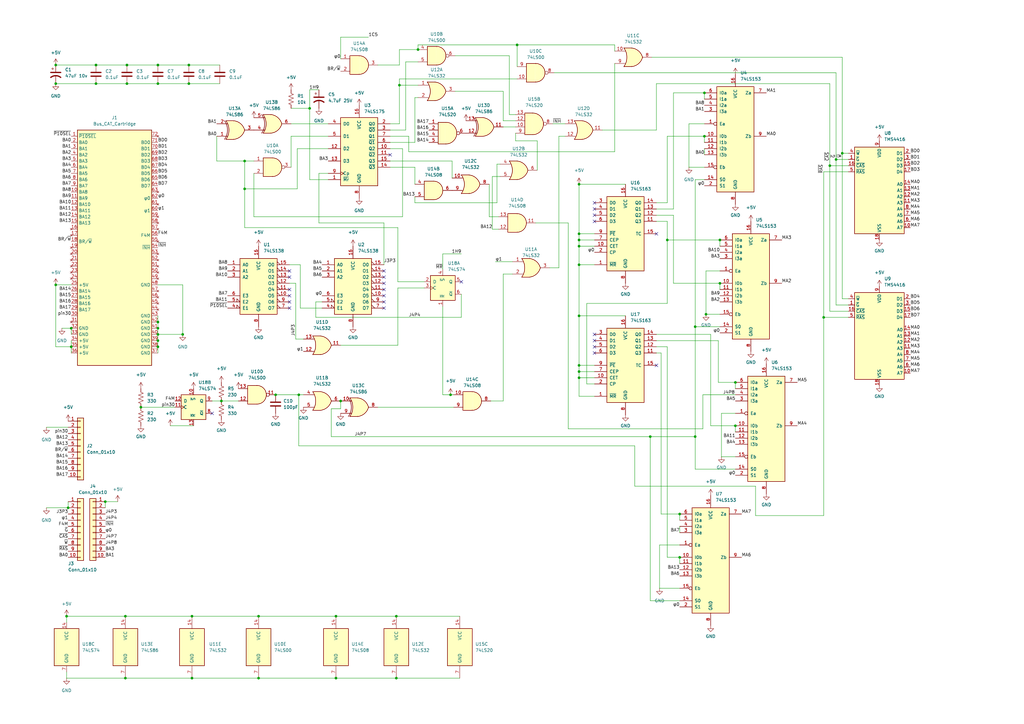
<source format=kicad_sch>
(kicad_sch (version 20211123) (generator eeschema)
  (paper "A3")
  (title_block (title "Dick Smith CAT Emulator Cartridge"))
  (junction (at 285.115 133.985))
  (junction (at 51.435 252.73))
  (junction (at 74.93 137.16))
  (junction (at 64.77 34.29))
  (junction (at 78.74 252.73))
  (junction (at 29.21 142.24))
  (junction (at 289.56 128.905))
  (junction (at 77.47 34.29))
  (junction (at 137.795 252.73))
  (junction (at 237.49 100.965))
  (junction (at 295.275 116.205))
  (junction (at 64.77 26.67))
  (junction (at 139.7 164.465))
  (junction (at 29.21 134.62))
  (junction (at 184.785 161.925))
  (junction (at 237.49 98.425))
  (junction (at 212.09 18.415))
  (junction (at 278.765 228.6))
  (junction (at 27.94 208.28))
  (junction (at 301.625 156.845))
  (junction (at 237.49 152.4))
  (junction (at 345.44 62.865))
  (junction (at 273.685 98.425))
  (junction (at 137.795 278.13))
  (junction (at 162.56 278.13))
  (junction (at 163.83 34.925))
  (junction (at 77.47 26.67))
  (junction (at 51.435 278.13))
  (junction (at 100.33 66.04))
  (junction (at 57.785 167.005))
  (junction (at 340.36 67.945))
  (junction (at 237.49 154.94))
  (junction (at 237.49 108.585))
  (junction (at 171.45 20.32))
  (junction (at 106.045 278.13))
  (junction (at 64.77 134.62))
  (junction (at 64.77 139.7))
  (junction (at 127 44.45))
  (junction (at 106.045 252.73))
  (junction (at 266.7 179.07))
  (junction (at 301.625 174.625))
  (junction (at 39.37 26.67))
  (junction (at 342.9 65.405))
  (junction (at 237.49 95.885))
  (junction (at 237.49 129.54))
  (junction (at 122.555 161.925))
  (junction (at 288.925 38.1))
  (junction (at 52.07 34.29))
  (junction (at 288.925 55.88))
  (junction (at 278.765 210.82))
  (junction (at 64.77 142.24))
  (junction (at 52.07 26.67))
  (junction (at 237.49 75.565))
  (junction (at 39.37 34.29))
  (junction (at 22.86 34.29))
  (junction (at 78.74 278.13))
  (junction (at 100.33 77.47))
  (junction (at 237.49 149.86))
  (junction (at 64.77 132.08))
  (junction (at 22.86 116.84))
  (junction (at 43.18 205.74))
  (junction (at 285.115 179.07))
  (junction (at 22.86 26.67))
  (junction (at 113.03 161.925))
  (junction (at 295.275 98.425))
  (junction (at 337.82 130.175))
  (junction (at 27.305 252.73))
  (junction (at 64.77 137.16))
  (junction (at 162.56 252.73))
  (junction (at 90.805 164.465))
  (no_connect (at 157.48 121.285))
  (no_connect (at 157.48 123.825))
  (no_connect (at 157.48 126.365))
  (no_connect (at 157.48 111.125))
  (no_connect (at 157.48 113.665))
  (no_connect (at 157.48 116.205))
  (no_connect (at 157.48 118.745))
  (no_connect (at 269.24 95.885))
  (no_connect (at 243.84 90.805))
  (no_connect (at 243.84 88.265))
  (no_connect (at 243.84 85.725))
  (no_connect (at 243.84 83.185))
  (no_connect (at 243.84 144.78))
  (no_connect (at 243.84 137.16))
  (no_connect (at 243.84 139.7))
  (no_connect (at 243.84 142.24))
  (no_connect (at 269.24 149.86))
  (no_connect (at 189.23 115.57))
  (no_connect (at 86.995 169.545))
  (no_connect (at 160.02 63.5))
  (no_connect (at 118.745 111.125))
  (no_connect (at 118.745 113.665))
  (no_connect (at 118.745 118.745))
  (no_connect (at 118.745 121.285))
  (no_connect (at 118.745 123.825))
  (no_connect (at 118.745 126.365))
  (wire (pts (xy 171.45 40.005) (xy 170.18 40.005)))
  (wire (pts (xy 165.1 88.9) (xy 104.14 88.9)))
  (wire (pts (xy 229.235 55.88) (xy 229.235 109.855)))
  (wire (pts (xy 171.45 25.4) (xy 166.37 25.4)))
  (wire (pts (xy 64.77 139.7) (xy 64.77 142.24)))
  (wire (pts (xy 139.7 15.24) (xy 151.13 15.24)))
  (wire (pts (xy 233.045 175.895) (xy 288.29 175.895)))
  (wire (pts (xy 278.765 228.6) (xy 278.765 231.14)))
  (wire (pts (xy 64.77 116.84) (xy 74.93 116.84)))
  (wire (pts (xy 22.86 26.67) (xy 39.37 26.67)))
  (wire (pts (xy 130.81 71.12) (xy 130.81 91.44)))
  (wire (pts (xy 273.685 90.805) (xy 273.685 98.425)))
  (wire (pts (xy 29.21 134.62) (xy 29.21 137.16)))
  (wire (pts (xy 227.33 29.845) (xy 342.9 29.845)))
  (wire (pts (xy 282.575 68.58) (xy 288.925 68.58)))
  (wire (pts (xy 273.685 83.185) (xy 269.24 83.185)))
  (wire (pts (xy 100.33 77.47) (xy 100.33 66.04)))
  (wire (pts (xy 22.86 142.24) (xy 22.86 116.84)))
  (wire (pts (xy 171.45 34.925) (xy 163.83 34.925)))
  (wire (pts (xy 163.195 118.11) (xy 163.195 141.605)))
  (wire (pts (xy 121.92 60.96) (xy 121.92 77.47)))
  (wire (pts (xy 288.925 55.88) (xy 288.925 58.42)))
  (wire (pts (xy 173.99 118.11) (xy 163.195 118.11)))
  (wire (pts (xy 106.045 278.13) (xy 137.795 278.13)))
  (wire (pts (xy 106.045 252.73) (xy 78.74 252.73)))
  (wire (pts (xy 57.785 167.005) (xy 71.755 167.005)))
  (wire (pts (xy 27.305 275.59) (xy 27.305 278.13)))
  (wire (pts (xy 220.345 57.785) (xy 220.345 69.85)))
  (wire (pts (xy 173.99 115.57) (xy 163.195 115.57)))
  (wire (pts (xy 301.625 156.845) (xy 301.625 159.385)))
  (wire (pts (xy 130.81 91.44) (xy 157.48 91.44)))
  (wire (pts (xy 22.86 34.29) (xy 39.37 34.29)))
  (wire (pts (xy 100.33 93.345) (xy 100.33 77.47)))
  (wire (pts (xy 160.02 68.58) (xy 170.18 68.58)))
  (wire (pts (xy 226.695 50.8) (xy 231.775 50.8)))
  (wire (pts (xy 29.21 139.7) (xy 29.21 142.24)))
  (wire (pts (xy 77.47 34.29) (xy 90.17 34.29)))
  (wire (pts (xy 206.375 164.465) (xy 201.295 164.465)))
  (wire (pts (xy 122.555 182.88) (xy 260.35 182.88)))
  (wire (pts (xy 237.49 152.4) (xy 243.84 152.4)))
  (wire (pts (xy 157.48 91.44) (xy 157.48 108.585)))
  (wire (pts (xy 27.305 252.73) (xy 27.305 255.27)))
  (wire (pts (xy 276.225 85.725) (xy 269.24 85.725)))
  (wire (pts (xy 52.07 26.67) (xy 64.77 26.67)))
  (wire (pts (xy 260.35 182.88) (xy 260.35 199.39)))
  (wire (pts (xy 342.9 125.095) (xy 342.9 65.405)))
  (wire (pts (xy 237.49 154.94) (xy 237.49 152.4)))
  (wire (pts (xy 237.49 129.54) (xy 237.49 149.86)))
  (wire (pts (xy 266.7 179.07) (xy 266.7 246.38)))
  (wire (pts (xy 285.115 133.985) (xy 295.275 133.985)))
  (wire (pts (xy 269.24 142.24) (xy 273.685 142.24)))
  (wire (pts (xy 43.18 205.74) (xy 48.26 205.74)))
  (wire (pts (xy 188.595 252.73) (xy 162.56 252.73)))
  (wire (pts (xy 160.02 60.96) (xy 165.1 60.96)))
  (wire (pts (xy 278.765 215.9) (xy 278.765 218.44)))
  (wire (pts (xy 170.18 68.58) (xy 170.18 75.565)))
  (wire (pts (xy 252.095 20.955) (xy 252.095 18.415)))
  (wire (pts (xy 285.115 73.66) (xy 285.115 133.985)))
  (wire (pts (xy 189.23 130.175) (xy 129.54 130.175)))
  (wire (pts (xy 288.29 175.895) (xy 288.29 161.925)))
  (wire (pts (xy 252.095 26.035) (xy 252.095 62.23)))
  (wire (pts (xy 74.93 116.84) (xy 74.93 137.16)))
  (wire (pts (xy 78.74 278.13) (xy 106.045 278.13)))
  (wire (pts (xy 266.7 179.07) (xy 285.115 179.07)))
  (wire (pts (xy 237.49 129.54) (xy 256.54 129.54)))
  (wire (pts (xy 163.195 141.605) (xy 139.7 141.605)))
  (wire (pts (xy 294.64 156.845) (xy 301.625 156.845)))
  (wire (pts (xy 276.225 38.1) (xy 276.225 85.725)))
  (wire (pts (xy 270.51 241.3) (xy 278.765 241.3)))
  (wire (pts (xy 64.77 142.24) (xy 64.77 144.78)))
  (wire (pts (xy 185.42 66.04) (xy 160.02 66.04)))
  (wire (pts (xy 135.89 179.07) (xy 266.7 179.07)))
  (wire (pts (xy 269.24 90.805) (xy 273.685 90.805)))
  (wire (pts (xy 39.37 34.29) (xy 52.07 34.29)))
  (wire (pts (xy 256.54 75.565) (xy 237.49 75.565)))
  (wire (pts (xy 113.03 161.925) (xy 122.555 161.925)))
  (wire (pts (xy 206.375 112.395) (xy 206.375 164.465)))
  (wire (pts (xy 205.105 67.31) (xy 203.835 67.31)))
  (wire (pts (xy 184.785 161.925) (xy 186.055 161.925)))
  (wire (pts (xy 273.685 98.425) (xy 295.275 98.425)))
  (wire (pts (xy 77.47 26.67) (xy 90.17 26.67)))
  (wire (pts (xy 181.61 110.49) (xy 181.61 104.14)))
  (wire (pts (xy 201.93 72.39) (xy 201.93 93.98)))
  (wire (pts (xy 273.685 142.24) (xy 273.685 228.6)))
  (wire (pts (xy 301.625 169.545) (xy 295.91 169.545)))
  (wire (pts (xy 243.84 162.56) (xy 237.49 162.56)))
  (wire (pts (xy 237.49 154.94) (xy 243.84 154.94)))
  (wire (pts (xy 185.42 73.025) (xy 185.42 66.04)))
  (wire (pts (xy 211.455 54.61) (xy 211.455 57.785)))
  (wire (pts (xy 200.66 75.565) (xy 200.66 88.9)))
  (wire (pts (xy 288.29 161.925) (xy 301.625 161.925)))
  (wire (pts (xy 309.88 199.39) (xy 309.88 211.455)))
  (wire (pts (xy 137.795 278.13) (xy 162.56 278.13)))
  (wire (pts (xy 163.83 32.385) (xy 163.83 34.925)))
  (wire (pts (xy 167.64 62.23) (xy 252.095 62.23)))
  (wire (pts (xy 19.05 175.26) (xy 27.94 175.26)))
  (wire (pts (xy 39.37 26.67) (xy 52.07 26.67)))
  (wire (pts (xy 271.145 144.78) (xy 271.145 210.82)))
  (wire (pts (xy 121.285 116.205) (xy 121.285 139.065)))
  (wire (pts (xy 51.435 252.73) (xy 27.305 252.73)))
  (wire (pts (xy 291.465 174.625) (xy 301.625 174.625)))
  (wire (pts (xy 122.555 161.925) (xy 124.46 161.925)))
  (wire (pts (xy 170.18 58.42) (xy 160.02 58.42)))
  (wire (pts (xy 64.77 132.08) (xy 64.77 134.62)))
  (wire (pts (xy 206.375 52.07) (xy 211.455 52.07)))
  (wire (pts (xy 86.995 164.465) (xy 90.805 164.465)))
  (wire (pts (xy 203.835 83.185) (xy 170.18 83.185)))
  (wire (pts (xy 25.4 134.62) (xy 29.21 134.62)))
  (wire (pts (xy 269.24 137.16) (xy 291.465 137.16)))
  (wire (pts (xy 340.36 67.945) (xy 340.36 34.29)))
  (wire (pts (xy 342.9 29.845) (xy 342.9 65.405)))
  (wire (pts (xy 29.21 142.24) (xy 29.21 144.78)))
  (wire (pts (xy 170.18 40.005) (xy 170.18 58.42)))
  (wire (pts (xy 208.915 46.99) (xy 211.455 46.99)))
  (wire (pts (xy 273.685 228.6) (xy 278.765 228.6)))
  (wire (pts (xy 201.93 93.98) (xy 204.47 93.98)))
  (wire (pts (xy 88.9 55.88) (xy 88.9 66.04)))
  (wire (pts (xy 166.37 25.4) (xy 166.37 53.34)))
  (wire (pts (xy 170.18 83.185) (xy 170.18 80.645)))
  (wire (pts (xy 100.33 66.04) (xy 104.14 66.04)))
  (wire (pts (xy 119.38 50.8) (xy 134.62 50.8)))
  (wire (pts (xy 171.45 18.415) (xy 212.09 18.415)))
  (wire (pts (xy 160.02 55.88) (xy 167.64 55.88)))
  (wire (pts (xy 189.23 120.65) (xy 189.23 130.175)))
  (wire (pts (xy 163.195 93.345) (xy 100.33 93.345)))
  (wire (pts (xy 237.49 162.56) (xy 237.49 154.94)))
  (wire (pts (xy 139.7 24.13) (xy 139.7 15.24)))
  (wire (pts (xy 294.64 139.7) (xy 294.64 156.845)))
  (wire (pts (xy 43.18 205.74) (xy 43.18 208.28)))
  (wire (pts (xy 123.19 108.585) (xy 123.19 126.365)))
  (wire (pts (xy 273.685 55.88) (xy 273.685 83.185)))
  (wire (pts (xy 121.92 77.47) (xy 100.33 77.47)))
  (wire (pts (xy 269.24 139.7) (xy 294.64 139.7)))
  (wire (pts (xy 163.83 34.925) (xy 163.83 50.8)))
  (wire (pts (xy 200.66 88.9) (xy 204.47 88.9)))
  (wire (pts (xy 163.83 20.32) (xy 163.83 26.67)))
  (wire (pts (xy 134.62 73.66) (xy 127 73.66)))
  (wire (pts (xy 240.665 124.46) (xy 240.665 157.48)))
  (wire (pts (xy 229.235 109.855) (xy 225.425 109.855)))
  (wire (pts (xy 237.49 152.4) (xy 237.49 149.86)))
  (wire (pts (xy 288.925 55.88) (xy 273.685 55.88)))
  (wire (pts (xy 295.275 111.125) (xy 289.56 111.125)))
  (wire (pts (xy 165.1 60.96) (xy 165.1 88.9)))
  (wire (pts (xy 211.455 57.785) (xy 220.345 57.785)))
  (wire (pts (xy 260.35 199.39) (xy 309.88 199.39)))
  (wire (pts (xy 186.69 22.86) (xy 208.915 22.86)))
  (wire (pts (xy 135.89 167.64) (xy 135.89 179.07)))
  (wire (pts (xy 237.49 108.585) (xy 237.49 129.54)))
  (wire (pts (xy 291.465 137.16) (xy 291.465 174.625)))
  (wire (pts (xy 269.24 53.34) (xy 269.24 34.29)))
  (wire (pts (xy 240.665 157.48) (xy 243.84 157.48)))
  (wire (pts (xy 278.765 210.82) (xy 278.765 213.36)))
  (wire (pts (xy 288.925 73.66) (xy 285.115 73.66)))
  (wire (pts (xy 276.225 116.205) (xy 295.275 116.205)))
  (wire (pts (xy 345.44 23.495) (xy 345.44 62.865)))
  (wire (pts (xy 129.54 130.175) (xy 129.54 123.825)))
  (wire (pts (xy 69.85 174.625) (xy 79.375 174.625)))
  (wire (pts (xy 162.56 252.73) (xy 137.795 252.73)))
  (wire (pts (xy 88.9 66.04) (xy 100.33 66.04)))
  (wire (pts (xy 278.765 223.52) (xy 270.51 223.52)))
  (wire (pts (xy 127 36.83) (xy 127 44.45)))
  (wire (pts (xy 181.61 125.73) (xy 181.61 161.925)))
  (wire (pts (xy 269.24 88.265) (xy 276.225 88.265)))
  (wire (pts (xy 337.82 130.175) (xy 347.98 130.175)))
  (wire (pts (xy 288.925 50.8) (xy 282.575 50.8)))
  (wire (pts (xy 64.77 129.54) (xy 64.77 132.08)))
  (wire (pts (xy 273.685 124.46) (xy 240.665 124.46)))
  (wire (pts (xy 19.05 208.28) (xy 27.94 208.28)))
  (wire (pts (xy 123.19 126.365) (xy 132.08 126.365)))
  (wire (pts (xy 162.56 278.13) (xy 188.595 278.13)))
  (wire (pts (xy 64.77 26.67) (xy 77.47 26.67)))
  (wire (pts (xy 278.765 210.82) (xy 271.145 210.82)))
  (wire (pts (xy 285.115 179.07) (xy 285.115 192.405)))
  (wire (pts (xy 212.09 32.385) (xy 163.83 32.385)))
  (wire (pts (xy 289.56 128.905) (xy 295.275 128.905)))
  (wire (pts (xy 237.49 108.585) (xy 237.49 100.965)))
  (wire (pts (xy 137.795 252.73) (xy 106.045 252.73)))
  (wire (pts (xy 181.61 161.925) (xy 184.785 161.925)))
  (wire (pts (xy 347.98 67.945) (xy 340.36 67.945)))
  (wire (pts (xy 51.435 278.13) (xy 78.74 278.13)))
  (wire (pts (xy 78.74 252.73) (xy 51.435 252.73)))
  (wire (pts (xy 171.45 20.32) (xy 163.83 20.32)))
  (wire (pts (xy 163.195 115.57) (xy 163.195 93.345)))
  (wire (pts (xy 247.015 53.34) (xy 269.24 53.34)))
  (wire (pts (xy 139.7 167.64) (xy 135.89 167.64)))
  (wire (pts (xy 205.105 72.39) (xy 201.93 72.39)))
  (wire (pts (xy 270.51 223.52) (xy 270.51 241.3)))
  (wire (pts (xy 163.83 50.8) (xy 160.02 50.8)))
  (wire (pts (xy 273.685 98.425) (xy 273.685 124.46)))
  (wire (pts (xy 64.77 137.16) (xy 74.93 137.16)))
  (wire (pts (xy 288.925 60.96) (xy 288.925 63.5)))
  (wire (pts (xy 229.235 55.88) (xy 231.775 55.88)))
  (wire (pts (xy 27.305 278.13) (xy 51.435 278.13)))
  (wire (pts (xy 282.575 50.8) (xy 282.575 68.58)))
  (wire (pts (xy 203.835 67.31) (xy 203.835 83.185)))
  (wire (pts (xy 219.71 91.44) (xy 233.045 91.44)))
  (wire (pts (xy 345.44 62.865) (xy 345.44 122.555)))
  (wire (pts (xy 342.9 65.405) (xy 347.98 65.405)))
  (wire (pts (xy 237.49 100.965) (xy 243.84 100.965)))
  (wire (pts (xy 22.86 142.24) (xy 29.21 142.24)))
  (wire (pts (xy 186.69 37.465) (xy 206.375 37.465)))
  (wire (pts (xy 337.82 70.485) (xy 337.82 130.175)))
  (wire (pts (xy 340.36 127.635) (xy 347.98 127.635)))
  (wire (pts (xy 160.02 53.34) (xy 166.37 53.34)))
  (wire (pts (xy 243.84 108.585) (xy 237.49 108.585)))
  (wire (pts (xy 64.77 137.16) (xy 64.77 139.7)))
  (wire (pts (xy 171.45 20.32) (xy 171.45 18.415)))
  (wire (pts (xy 122.555 161.925) (xy 122.555 182.88)))
  (wire (pts (xy 237.49 100.965) (xy 237.49 98.425)))
  (wire (pts (xy 134.62 71.12) (xy 130.81 71.12)))
  (wire (pts (xy 90.805 164.465) (xy 97.79 164.465)))
  (wire (pts (xy 301.625 174.625) (xy 301.625 177.165)))
  (wire (pts (xy 167.64 55.88) (xy 167.64 62.23)))
  (wire (pts (xy 285.115 192.405) (xy 301.625 192.405)))
  (wire (pts (xy 134.62 55.88) (xy 119.38 55.88)))
  (wire (pts (xy 181.61 104.14) (xy 189.23 104.14)))
  (wire (pts (xy 22.86 116.84) (xy 29.21 116.84)))
  (wire (pts (xy 347.98 62.865) (xy 345.44 62.865)))
  (wire (pts (xy 130.81 36.83) (xy 127 36.83)))
  (wire (pts (xy 127 44.45) (xy 127 73.66)))
  (wire (pts (xy 64.77 34.29) (xy 77.47 34.29)))
  (wire (pts (xy 289.56 111.125) (xy 289.56 128.905)))
  (wire (pts (xy 285.115 133.985) (xy 285.115 179.07)))
  (wire (pts (xy 121.285 139.065) (xy 124.46 139.065)))
  (wire (pts (xy 237.49 95.885) (xy 243.84 95.885)))
  (wire (pts (xy 52.07 34.29) (xy 64.77 34.29)))
  (wire (pts (xy 203.2 107.315) (xy 210.185 107.315)))
  (wire (pts (xy 347.98 70.485) (xy 337.82 70.485)))
  (wire (pts (xy 276.225 88.265) (xy 276.225 116.205)))
  (wire (pts (xy 163.83 26.67) (xy 154.94 26.67)))
  (wire (pts (xy 206.375 37.465) (xy 206.375 49.53)))
  (wire (pts (xy 337.82 130.175) (xy 337.82 211.455)))
  (wire (pts (xy 347.98 125.095) (xy 342.9 125.095)))
  (wire (pts (xy 340.36 67.945) (xy 340.36 127.635)))
  (wire (pts (xy 129.54 123.825) (xy 132.08 123.825)))
  (wire (pts (xy 119.38 55.88) (xy 119.38 68.58)))
  (wire (pts (xy 295.275 98.425) (xy 295.275 100.965)))
  (wire (pts (xy 206.375 49.53) (xy 211.455 49.53)))
  (wire (pts (xy 64.77 134.62) (xy 64.77 137.16)))
  (wire (pts (xy 295.91 187.325) (xy 301.625 187.325)))
  (wire (pts (xy 118.745 108.585) (xy 123.19 108.585)))
  (wire (pts (xy 27.94 205.74) (xy 27.94 208.28)))
  (wire (pts (xy 208.915 22.86) (xy 208.915 46.99)))
  (wire (pts (xy 309.88 211.455) (xy 337.82 211.455)))
  (wire (pts (xy 119.38 44.45) (xy 127 44.45)))
  (wire (pts (xy 295.275 116.205) (xy 295.275 118.745)))
  (wire (pts (xy 118.745 116.205) (xy 121.285 116.205)))
  (wire (pts (xy 237.49 98.425) (xy 243.84 98.425)))
  (wire (pts (xy 252.095 18.415) (xy 212.09 18.415)))
  (wire (pts (xy 237.49 75.565) (xy 237.49 95.885)))
  (wire (pts (xy 154.94 167.005) (xy 186.055 167.005)))
  (wire (pts (xy 288.925 38.1) (xy 276.225 38.1)))
  (wire (pts (xy 267.335 23.495) (xy 345.44 23.495)))
  (wire (pts (xy 269.24 34.29) (xy 340.36 34.29)))
  (wire (pts (xy 278.765 246.38) (xy 266.7 246.38)))
  (wire (pts (xy 288.925 38.1) (xy 288.925 40.64)))
  (wire (pts (xy 237.49 149.86) (xy 243.84 149.86)))
  (wire (pts (xy 237.49 98.425) (xy 237.49 95.885)))
  (wire (pts (xy 210.185 112.395) (xy 206.375 112.395)))
  (wire (pts (xy 345.44 122.555) (xy 347.98 122.555)))
  (wire (pts (xy 295.91 169.545) (xy 295.91 187.325)))
  (wire (pts (xy 139.7 164.465) (xy 139.7 167.64)))
  (wire (pts (xy 104.14 88.9) (xy 104.14 71.12)))
  (wire (pts (xy 212.09 18.415) (xy 212.09 27.305)))
  (wire (pts (xy 269.24 144.78) (xy 271.145 144.78)))
  (wire (pts (xy 134.62 60.96) (xy 121.92 60.96)))
  (wire (pts (xy 233.045 91.44) (xy 233.045 175.895)))
  (label "BA5" (at 301.625 164.465 180))
  (label "BA14" (at 29.21 119.38 180))
  (label "BA6" (at 278.765 236.22 180))
  (label "J4P3" (at 43.18 210.82 0))
  (label "BA17" (at 29.21 127 180))
  (label "J4P4" (at 43.18 213.36 0))
  (label "MA1" (at 314.325 38.1 0))
  (label "MA1" (at 373.38 137.795 0))
  (label "BD7" (at 373.38 130.175 0))
  (label "φ0" (at 301.625 194.945 180))
  (label "BA11" (at 301.625 179.705 180))
  (label "pin30" (at 27.94 177.8 180))
  (label "φ0" (at 132.08 121.285 180))
  (label "MA3" (at 320.675 98.425 0))
  (label "BA14" (at 175.895 58.42 180))
  (label "J3P3" (at 27.94 210.82 180))
  (label "MA5" (at 373.38 88.265 0))
  (label "MA0" (at 314.325 55.88 0))
  (label "BA13" (at 278.765 233.68 180))
  (label "~{INH}" (at 64.77 101.6 0))
  (label "~{P10SEL}" (at 29.21 55.88 180))
  (label "BA16" (at 175.895 53.34 180))
  (label "φ1" (at 124.46 144.145 180))
  (label "MA5" (at 373.38 147.955 0))
  (label "~{RAS}" (at 27.94 226.06 180))
  (label "BD4" (at 64.77 68.58 0))
  (label "~{G}" (at 342.9 64.77 90))
  (label "BA16" (at 29.21 124.46 180))
  (label "BD2" (at 64.77 63.5 0))
  (label "BD5" (at 64.77 71.12 0))
  (label "J4P7" (at 43.18 220.98 0))
  (label "BA8" (at 93.345 108.585 180))
  (label "BA16" (at 27.94 193.04 180))
  (label "BA3" (at 295.275 106.045 180))
  (label "pin30" (at 29.21 129.54 180))
  (label "BA3" (at 29.21 66.04 180))
  (label "J4P3" (at 121.285 137.795 90))
  (label "BA7" (at 93.345 121.285 180))
  (label "φ0" (at 243.84 103.505 180))
  (label "MA3" (at 373.38 142.875 0))
  (label "~{CAS}" (at 340.36 66.04 90))
  (label "BA0" (at 288.925 63.5 180))
  (label "BA10" (at 29.21 83.82 180))
  (label "F4M" (at 27.94 215.9 180))
  (label "BR{slash}~{W}" (at 29.21 99.06 180))
  (label "pin30" (at 71.755 167.005 180))
  (label "MA2" (at 320.675 116.205 0))
  (label "BA13" (at 170.18 80.645 180))
  (label "BR{slash}~{W}" (at 27.94 185.42 180))
  (label "~{W}" (at 345.44 64.77 90))
  (label "BD0" (at 373.38 62.865 0))
  (label "BA7" (at 278.765 218.44 180))
  (label "BA1" (at 88.9 50.8 180))
  (label "~{INH}" (at 43.18 215.9 0))
  (label "BA1" (at 29.21 60.96 180))
  (label "BD7" (at 64.77 76.2 0))
  (label "MA5" (at 327.025 156.845 0))
  (label "BA13" (at 27.94 182.88 180))
  (label "BD1" (at 373.38 65.405 0))
  (label "1H9" (at 130.81 36.83 180))
  (label "BA7" (at 29.21 76.2 180))
  (label "φ0" (at 64.77 81.28 0))
  (label "φ0" (at 288.925 76.2 180))
  (label "BA14" (at 27.94 187.96 180))
  (label "MA4" (at 327.025 174.625 0))
  (label "BA3" (at 134.62 66.04 180))
  (label "BA12" (at 27.94 180.34 180))
  (label "MA2" (at 373.38 140.335 0))
  (label "BD0" (at 64.77 58.42 0))
  (label "BA1" (at 288.925 45.72 180))
  (label "BA2" (at 295.275 123.825 180))
  (label "~{INH}" (at 226.695 50.8 0))
  (label "BA8" (at 29.21 78.74 180))
  (label "BD1" (at 64.77 60.96 0))
  (label "BA13" (at 29.21 91.44 180))
  (label "BA3" (at 43.18 226.06 0))
  (label "~{W}" (at 27.94 223.52 180))
  (label "MA7" (at 373.38 153.035 0))
  (label "BA11" (at 93.345 123.825 180))
  (label "BA17" (at 175.895 50.8 180))
  (label "F4M" (at 64.77 96.52 0))
  (label "1C5" (at 151.13 15.24 0))
  (label "BD6" (at 373.38 127.635 0))
  (label "BA9" (at 295.275 121.285 180))
  (label "MA2" (at 373.38 80.645 0))
  (label "J4P4" (at 167.64 130.175 0))
  (label "BA0" (at 27.94 228.6 180))
  (label "φ0" (at 139.7 24.13 180))
  (label "BD4" (at 373.38 122.555 0))
  (label "BA10" (at 295.275 103.505 180))
  (label "BD2" (at 373.38 67.945 0))
  (label "φ0" (at 43.18 218.44 0))
  (label "MA7" (at 373.38 93.345 0))
  (label "MA1" (at 373.38 78.105 0))
  (label "F4M" (at 71.755 164.465 180))
  (label "φ1" (at 27.94 213.36 180))
  (label "J4P7" (at 145.415 179.07 0))
  (label "BA2" (at 29.21 63.5 180))
  (label "~{P10SEL}" (at 93.345 126.365 180))
  (label "~{MR}" (at 181.61 110.49 180))
  (label "BD5" (at 373.38 125.095 0))
  (label "BA9" (at 29.21 81.28 180))
  (label "BA5" (at 132.08 111.125 180))
  (label "BA15" (at 29.21 121.92 180))
  (label "MA0" (at 373.38 135.255 0))
  (label "BA5" (at 29.21 71.12 180))
  (label "~{CAS}" (at 27.94 220.98 180))
  (label "BR{slash}~{W}" (at 139.7 29.21 180))
  (label "MA3" (at 373.38 83.185 0))
  (label "φ0" (at 295.275 136.525 180))
  (label "MA4" (at 373.38 145.415 0))
  (label "MA6" (at 373.38 90.805 0))
  (label "BA12" (at 29.21 88.9 180))
  (label "φ0" (at 278.765 248.92 180))
  (label "BA10" (at 93.345 113.665 180))
  (label "BD6" (at 64.77 73.66 0))
  (label "BA1" (at 43.18 228.6 0))
  (label "BA4" (at 29.21 68.58 180))
  (label "BA6" (at 132.08 113.665 180))
  (label "BD3" (at 373.38 70.485 0))
  (label "~{G}" (at 27.94 218.44 180))
  (label "BA8" (at 288.925 43.18 180))
  (label "BA4" (at 301.625 182.245 180))
  (label "BA17" (at 27.94 195.58 180))
  (label "BA4" (at 132.08 108.585 180))
  (label "MA4" (at 373.38 85.725 0))
  (label "φ1" (at 64.77 86.36 0))
  (label "MA0" (at 373.38 75.565 0))
  (label "BA0" (at 88.9 55.88 180))
  (label "BA15" (at 175.895 55.88 180))
  (label "BA6" (at 29.21 73.66 180))
  (label "J3P3" (at 157.48 107.95 0))
  (label "MA7" (at 304.165 210.82 0))
  (label "~{RAS}" (at 337.82 71.12 90))
  (label "BD3" (at 64.77 66.04 0))
  (label "1H9" (at 189.23 104.14 180))
  (label "J4P8" (at 43.18 223.52 0))
  (label "MA6" (at 373.38 150.495 0))
  (label "φ1" (at 203.2 107.315 0))
  (label "BA0" (at 29.21 58.42 180))
  (label "BA12" (at 201.93 93.98 180))
  (label "MA6" (at 304.165 228.6 0))
  (label "J4P8" (at 296.545 161.925 0))
  (label "BA11" (at 29.21 86.36 180))
  (label "BA9" (at 93.345 111.125 180))
  (label "BA15" (at 27.94 190.5 180))
  (symbol (lib_id "74xx:74LS08") (at 177.8 78.105 0) (unit 2)
    (property "Reference" "U14" (at 177.8 69.215 0))
    (property "Value" "74LS08" (at 177.8 71.755 0))
    (property "Footprint" "Package_DIP:DIP-14_W7.62mm_LongPads" (effects hide))
    (property "Datasheet" "http://www.ti.com/lit/gpn/sn74LS08" (effects hide))
  )
  (symbol (lib_id "74xx:74LS32") (at 239.395 53.34 0) (mirror x) (unit 4)
    (property "Reference" "U12" (at 239.395 44.45 0))
    (property "Value" "74LS32" (at 239.395 46.99 0))
    (property "Footprint" "Package_DIP:DIP-14_W7.62mm_LongPads" (effects hide))
    (property "Datasheet" "http://www.ti.com/lit/gpn/sn74LS32" (effects hide))
  )
  (symbol (lib_id "74xx:74LS32") (at 179.07 37.465 0) (unit 1)
    (property "Reference" "U12" (at 179.07 28.575 0))
    (property "Value" "74LS32" (at 179.07 31.115 0))
    (property "Footprint" "Package_DIP:DIP-14_W7.62mm_LongPads" (effects hide))
    (property "Datasheet" "http://www.ti.com/lit/gpn/sn74LS32" (effects hide))
  )
  (symbol (lib_id "Device:R_US") (at 57.785 163.195 0) (unit 1)
    (property "Reference" "R3" (at 60.325 161.9249 0) (effects (justify left)))
    (property "Value" "330" (at 60.325 164.4649 0) (effects (justify left)))
    (property "Footprint" "CAT:R_Axial_DIN0207_L6.3mm_D2.5mm_P15.24mm_Horizontal" (effects hide))
  )
  (symbol (lib_id "power:+5V") (at 90.805 156.845 0) (unit 1)
    (property "Reference" "#PWR0151" (effects hide))
    (property "Value" "+5V" (at 90.805 151.13 0))
  )
  (symbol (lib_id "power:GND") (at 27.305 278.13 0) (unit 1)
    (property "Reference" "#PWR0116" (effects hide))
    (property "Value" "GND" (at 27.305 283.21 0))
  )
  (symbol (lib_id "74xx:74LS153") (at 314.325 174.625 0) (unit 1)
    (property "Reference" "U6" (at 316.3444 148.59 0) (effects (justify left)))
    (property "Value" "74LS153" (at 316.3444 151.13 0) (effects (justify left)))
    (property "Footprint" "Package_DIP:DIP-16_W7.62mm_LongPads" (effects hide))
    (property "Datasheet" "http://www.ti.com/lit/gpn/sn74LS153" (effects hide))
  )
  (symbol (lib_id "power:GND") (at 289.56 128.905 0) (unit 1)
    (property "Reference" "#PWR0130" (effects hide))
    (property "Value" "GND" (at 289.56 133.35 0))
  )
  (symbol (lib_id "Device:C_Polarized_US") (at 130.81 40.64 0) (unit 1)
    (property "Reference" "C5" (at 134.62 38.7349 0) (effects (justify left)))
    (property "Value" "4.7uF 25V" (at 134.62 41.2749 0) (effects (justify left)))
    (property "Footprint" "Capacitor_THT:CP_Radial_D4.0mm_P1.50mm" (effects hide))
  )
  (symbol (lib_id "74xx:74LS138") (at 106.045 116.205 0) (unit 1)
    (property "Reference" "U1" (at 108.0644 100.33 0) (effects (justify left)))
    (property "Value" "74LS138" (at 108.0644 102.87 0) (effects (justify left)))
    (property "Footprint" "Package_DIP:DIP-16_W7.62mm_LongPads" (effects hide))
    (property "Datasheet" "http://www.ti.com/lit/gpn/sn74LS138" (effects hide))
  )
  (symbol (lib_id "74xx:74LS175") (at 147.32 60.96 0) (unit 1)
    (property "Reference" "U3" (at 149.3394 43.18 0) (effects (justify left)))
    (property "Value" "74LS175" (at 149.3394 45.72 0) (effects (justify left)))
    (property "Footprint" "Package_DIP:DIP-16_W7.62mm_LongPads" (effects hide))
    (property "Datasheet" "http://www.ti.com/lit/gpn/sn74LS175" (effects hide))
  )
  (symbol (lib_id "CAT symbols:Bus_CAT_Cartridge") (at 46.99 93.98 0) (unit 1)
    (property "Reference" "J1" (at 46.99 48.26 0))
    (property "Value" "Bus_CAT_Cartridge" (at 46.99 50.8 0))
    (property "Footprint" "CAT:CAT_CART" (effects hide))
  )
  (symbol (lib_id "74xx:74LS74") (at 181.61 118.11 0) (unit 1)
    (property "Reference" "U18" (at 183.6294 107.95 0) (effects (justify left)))
    (property "Value" "74LS74" (at 183.6294 110.49 0) (effects (justify left)))
    (property "Footprint" "Package_DIP:DIP-14_W7.62mm_LongPads" (effects hide))
    (property "Datasheet" "74xx/74hc_hct74.pdf" (effects hide))
  )
  (symbol (lib_id "power:+5V") (at 144.78 100.965 0) (unit 1)
    (property "Reference" "#PWR0123" (effects hide))
    (property "Value" "+5V" (at 144.78 95.25 0))
  )
  (symbol (lib_id "74xx:74LS32") (at 78.74 265.43 0) (unit 5)
    (property "Reference" "U11" (at 85.725 264.1599 0) (effects (justify left)))
    (property "Value" "74LS32" (at 85.725 266.6999 0) (effects (justify left)))
    (property "Footprint" "Package_DIP:DIP-14_W7.62mm_LongPads" (effects hide))
    (property "Datasheet" "http://www.ti.com/lit/gpn/sn74LS32" (effects hide))
  )
  (symbol (lib_id "power:GND") (at 144.78 133.985 0) (unit 1)
    (property "Reference" "#PWR0122" (effects hide))
    (property "Value" "GND" (at 144.78 138.43 0))
  )
  (symbol (lib_id "power:+5V") (at 184.785 161.925 0) (unit 1)
    (property "Reference" "#PWR0124" (effects hide))
    (property "Value" "+5V" (at 184.785 156.21 0))
  )
  (symbol (lib_id "74xx:74LS08") (at 137.795 265.43 0) (unit 5)
    (property "Reference" "U14" (at 144.145 264.1599 0) (effects (justify left)))
    (property "Value" "74LS08" (at 144.145 266.6999 0) (effects (justify left)))
    (property "Footprint" "Package_DIP:DIP-14_W7.62mm_LongPads" (effects hide))
    (property "Datasheet" "http://www.ti.com/lit/gpn/sn74LS08" (effects hide))
  )
  (symbol (lib_id "74xx:74LS20") (at 188.595 265.43 0) (unit 3)
    (property "Reference" "U15" (at 194.945 264.1599 0) (effects (justify left)))
    (property "Value" "74LS20" (at 194.945 266.6999 0) (effects (justify left)))
    (property "Footprint" "Package_DIP:DIP-14_W7.62mm_LongPads" (effects hide))
    (property "Datasheet" "http://www.ti.com/lit/gpn/sn74LS20" (effects hide))
  )
  (symbol (lib_id "Device:C") (at 39.37 30.48 0) (unit 1)
    (property "Reference" "C2" (at 43.18 29.2099 0) (effects (justify left)))
    (property "Value" "0.1uF" (at 43.18 31.7499 0) (effects (justify left)))
    (property "Footprint" "Capacitor_THT:C_Disc_D4.7mm_W2.5mm_P5.00mm" (effects hide))
  )
  (symbol (lib_id "74xx:74LS00") (at 219.71 29.845 0) (unit 3)
    (property "Reference" "U10" (at 219.71 20.955 0))
    (property "Value" "74LS00" (at 219.71 23.495 0))
    (property "Footprint" "Package_DIP:DIP-14_W7.62mm_LongPads" (effects hide))
    (property "Datasheet" "http://www.ti.com/lit/gpn/sn74ls00" (effects hide))
  )
  (symbol (lib_id "power:GND") (at 314.325 202.565 0) (unit 1)
    (property "Reference" "#PWR0134" (effects hide))
    (property "Value" "GND" (at 314.325 207.01 0))
  )
  (symbol (lib_id "power:GND") (at 147.32 81.28 0) (unit 1)
    (property "Reference" "#PWR0109" (effects hide))
    (property "Value" "GND" (at 147.32 86.36 0))
  )
  (symbol (lib_id "power:+5V") (at 291.465 203.2 0) (unit 1)
    (property "Reference" "#PWR0136" (effects hide))
    (property "Value" "+5V" (at 291.465 197.485 0))
  )
  (symbol (lib_id "74xx:74LS32") (at 212.725 69.85 0) (unit 2)
    (property "Reference" "U12" (at 212.725 60.96 0))
    (property "Value" "74LS32" (at 212.725 63.5 0))
    (property "Footprint" "Package_DIP:DIP-14_W7.62mm_LongPads" (effects hide))
    (property "Datasheet" "http://www.ti.com/lit/gpn/sn74LS32" (effects hide))
  )
  (symbol (lib_id "Device:R_US") (at 57.785 170.815 0) (unit 1)
    (property "Reference" "R2" (at 60.325 169.5449 0) (effects (justify left)))
    (property "Value" "230" (at 60.325 172.0849 0) (effects (justify left)))
    (property "Footprint" "CAT:R_Axial_DIN0207_L6.3mm_D2.5mm_P15.24mm_Horizontal" (effects hide))
  )
  (symbol (lib_id "power:+5V") (at 27.305 252.73 0) (unit 1)
    (property "Reference" "#PWR0115" (effects hide))
    (property "Value" "+5V" (at 27.305 247.65 0))
  )
  (symbol (lib_id "power:+5V") (at 301.625 30.48 0) (unit 1)
    (property "Reference" "#PWR0125" (effects hide))
    (property "Value" "+5V" (at 301.625 24.765 0))
  )
  (symbol (lib_id "power:GND") (at 270.51 241.3 0) (unit 1)
    (property "Reference" "#PWR0137" (effects hide))
    (property "Value" "GND" (at 270.51 246.38 0))
  )
  (symbol (lib_id "power:GND") (at 139.7 169.545 0) (unit 1)
    (property "Reference" "#PWR0114" (effects hide))
    (property "Value" "GND" (at 139.7 173.99 0))
  )
  (symbol (lib_id "74xx:74LS86") (at 111.76 50.8 0) (mirror x) (unit 2)
    (property "Reference" "U13" (at 111.4552 41.91 0))
    (property "Value" "74LS86" (at 111.4552 44.45 0))
    (property "Footprint" "Package_DIP:DIP-14_W7.62mm_LongPads" (effects hide))
    (property "Datasheet" "74xx/74ls86.pdf" (effects hide))
  )
  (symbol (lib_id "power:GND") (at 22.86 34.29 0) (unit 1)
    (property "Reference" "#PWR0103" (effects hide))
    (property "Value" "GND" (at 22.86 39.37 0))
  )
  (symbol (lib_id "power:GND") (at 74.93 137.16 0) (unit 1)
    (property "Reference" "#PWR0110" (effects hide))
    (property "Value" "GND" (at 74.93 142.24 0))
  )
  (symbol (lib_id "74xx:74LS08") (at 147.32 26.67 0) (unit 1)
    (property "Reference" "U14" (at 147.32 17.78 0))
    (property "Value" "74LS08" (at 147.32 20.32 0))
    (property "Footprint" "Package_DIP:DIP-14_W7.62mm_LongPads" (effects hide))
    (property "Datasheet" "http://www.ti.com/lit/gpn/sn74LS08" (effects hide))
  )
  (symbol (lib_id "power:GND") (at 57.785 174.625 0) (unit 1)
    (property "Reference" "#PWR0149" (effects hide))
    (property "Value" "GND" (at 57.785 179.07 0))
  )
  (symbol (lib_id "Connector_Generic:Conn_01x10") (at 33.02 182.88 0) (unit 1)
    (property "Reference" "J2" (at 35.56 182.8799 0) (effects (justify left)))
    (property "Value" "Conn_01x10" (at 35.56 185.4199 0) (effects (justify left)))
    (property "Footprint" "Connector_PinHeader_2.54mm:PinHeader_1x10_P2.54mm_Vertical" (effects hide))
  )
  (symbol (lib_id "Connector_Generic:Conn_01x10") (at 33.02 215.9 0) (unit 1)
    (property "Reference" "J3" (at 27.94 231.14 0) (effects (justify left)))
    (property "Value" "Conn_01x10" (at 27.94 233.68 0) (effects (justify left)))
    (property "Footprint" "Connector_PinHeader_2.54mm:PinHeader_1x10_P2.54mm_Vertical" (effects hide))
  )
  (symbol (lib_id "Device:C") (at 64.77 30.48 0) (unit 1)
    (property "Reference" "C7" (at 68.58 29.2099 0) (effects (justify left)))
    (property "Value" "0.1uF" (at 68.58 31.7499 0) (effects (justify left)))
    (property "Footprint" "Capacitor_THT:C_Disc_D4.7mm_W2.5mm_P5.00mm" (effects hide))
  )
  (symbol (lib_id "74xx:74LS153") (at 291.465 228.6 0) (unit 1)
    (property "Reference" "U7" (at 293.4844 202.565 0) (effects (justify left)))
    (property "Value" "74LS153" (at 293.4844 205.105 0) (effects (justify left)))
    (property "Footprint" "Package_DIP:DIP-16_W7.62mm_LongPads" (effects hide))
    (property "Datasheet" "http://www.ti.com/lit/gpn/sn74LS153" (effects hide))
  )
  (symbol (lib_id "power:+5V") (at 27.94 172.72 0) (unit 1)
    (property "Reference" "#PWR0143" (effects hide))
    (property "Value" "+5V" (at 27.94 167.005 0))
  )
  (symbol (lib_id "74xx:74LS86") (at 198.755 52.07 0) (mirror x) (unit 4)
    (property "Reference" "U13" (at 198.4502 43.18 0))
    (property "Value" "74LS86" (at 198.4502 45.72 0))
    (property "Footprint" "Package_DIP:DIP-14_W7.62mm_LongPads" (effects hide))
    (property "Datasheet" "74xx/74ls86.pdf" (effects hide))
  )
  (symbol (lib_id "74xx:74LS08") (at 212.09 91.44 0) (mirror x) (unit 4)
    (property "Reference" "U14" (at 212.09 81.915 0))
    (property "Value" "74LS08" (at 212.09 84.455 0))
    (property "Footprint" "Package_DIP:DIP-14_W7.62mm_LongPads" (effects hide))
    (property "Datasheet" "http://www.ti.com/lit/gpn/sn74LS08" (effects hide))
  )
  (symbol (lib_id "74xx:74LS86") (at 51.435 265.43 0) (unit 5)
    (property "Reference" "U13" (at 57.785 264.1599 0) (effects (justify left)))
    (property "Value" "74LS86" (at 57.785 266.6999 0) (effects (justify left)))
    (property "Footprint" "Package_DIP:DIP-14_W7.62mm_LongPads" (effects hide))
    (property "Datasheet" "74xx/74ls86.pdf" (effects hide))
  )
  (symbol (lib_id "power:+5V") (at 119.38 36.83 0) (unit 1)
    (property "Reference" "#PWR0117" (effects hide))
    (property "Value" "+5V" (at 119.38 31.75 0))
  )
  (symbol (lib_id "power:GND") (at 360.68 158.115 0) (unit 1)
    (property "Reference" "#PWR0140" (effects hide))
    (property "Value" "GND" (at 360.68 162.56 0))
  )
  (symbol (lib_id "power:GND") (at 256.54 116.205 0) (unit 1)
    (property "Reference" "#PWR0129" (effects hide))
    (property "Value" "GND" (at 256.54 120.65 0))
  )
  (symbol (lib_id "74xx:74LS00") (at 105.41 161.925 0) (mirror x) (unit 4)
    (property "Reference" "U10" (at 105.41 152.4 0))
    (property "Value" "74LS00" (at 105.41 154.94 0))
    (property "Footprint" "Package_DIP:DIP-14_W7.62mm_LongPads" (effects hide))
    (property "Datasheet" "http://www.ti.com/lit/gpn/sn74ls00" (effects hide))
  )
  (symbol (lib_id "power:+5V") (at 69.85 174.625 0) (unit 1)
    (property "Reference" "#PWR0148" (effects hide))
    (property "Value" "+5V" (at 69.85 169.545 0))
  )
  (symbol (lib_id "power:+5V") (at 22.86 116.84 0) (unit 1)
    (property "Reference" "#PWR0105" (effects hide))
    (property "Value" "+5V" (at 22.86 111.76 0))
  )
  (symbol (lib_id "power:+5V") (at 307.975 90.805 0) (unit 1)
    (property "Reference" "#PWR0128" (effects hide))
    (property "Value" "+5V" (at 307.975 85.09 0))
  )
  (symbol (lib_id "power:+5V") (at 79.375 159.385 0) (unit 1)
    (property "Reference" "#PWR0147" (effects hide))
    (property "Value" "+5V" (at 79.375 153.67 0))
  )
  (symbol (lib_id "power:+5V") (at 360.68 57.785 0) (unit 1)
    (property "Reference" "#PWR0142" (effects hide))
    (property "Value" "+5V" (at 360.68 52.07 0))
  )
  (symbol (lib_id "Device:R_US") (at 119.38 40.64 0) (unit 1)
    (property "Reference" "R1" (at 121.92 39.3699 0) (effects (justify left)))
    (property "Value" "10k" (at 121.92 41.9099 0) (effects (justify left)))
    (property "Footprint" "CAT:R_Axial_DIN0207_L6.3mm_D2.5mm_P15.24mm_Horizontal" (effects hide))
  )
  (symbol (lib_id "74xx:74LS00") (at 106.045 265.43 0) (unit 5)
    (property "Reference" "U10" (at 112.395 264.1599 0) (effects (justify left)))
    (property "Value" "74LS00" (at 112.395 266.6999 0) (effects (justify left)))
    (property "Footprint" "Package_DIP:DIP-14_W7.62mm_LongPads" (effects hide))
    (property "Datasheet" "http://www.ti.com/lit/gpn/sn74ls00" (effects hide))
  )
  (symbol (lib_id "power:+5V") (at 360.68 117.475 0) (unit 1)
    (property "Reference" "#PWR0141" (effects hide))
    (property "Value" "+5V" (at 360.68 111.76 0))
  )
  (symbol (lib_id "Device:R_US") (at 90.805 160.655 0) (unit 1)
    (property "Reference" "R5" (at 93.345 159.3849 0) (effects (justify left)))
    (property "Value" "230" (at 93.345 161.9249 0) (effects (justify left)))
    (property "Footprint" "CAT:R_Axial_DIN0207_L6.3mm_D2.5mm_P15.24mm_Horizontal" (effects hide))
  )
  (symbol (lib_id "power:GND") (at 360.68 98.425 0) (unit 1)
    (property "Reference" "#PWR0139" (effects hide))
    (property "Value" "GND" (at 360.68 102.87 0))
  )
  (symbol (lib_id "power:+5V") (at 48.26 205.74 0) (unit 1)
    (property "Reference" "#PWR0146" (effects hide))
    (property "Value" "+5V" (at 48.26 200.66 0))
  )
  (symbol (lib_id "74xx:74LS86") (at 147.32 167.005 0) (mirror x) (unit 3)
    (property "Reference" "U13" (at 147.0152 158.115 0))
    (property "Value" "74LS86" (at 147.0152 160.655 0))
    (property "Footprint" "Package_DIP:DIP-14_W7.62mm_LongPads" (effects hide))
    (property "Datasheet" "74xx/74ls86.pdf" (effects hide))
  )
  (symbol (lib_id "power:GND") (at 301.625 83.82 0) (unit 1)
    (property "Reference" "#PWR0127" (effects hide))
    (property "Value" "GND" (at 301.625 88.265 0))
  )
  (symbol (lib_id "74xx:74LS86") (at 96.52 53.34 0) (mirror x) (unit 1)
    (property "Reference" "U13" (at 96.2152 44.45 0))
    (property "Value" "74LS86" (at 96.2152 46.99 0))
    (property "Footprint" "Package_DIP:DIP-14_W7.62mm_LongPads" (effects hide))
    (property "Datasheet" "74xx/74ls86.pdf" (effects hide))
  )
  (symbol (lib_id "power:GND") (at 124.46 167.005 0) (unit 1)
    (property "Reference" "#PWR0113" (effects hide))
    (property "Value" "GND" (at 124.46 171.45 0))
  )
  (symbol (lib_id "power:+5V") (at 106.045 100.965 0) (unit 1)
    (property "Reference" "#PWR0107" (effects hide))
    (property "Value" "+5V" (at 106.045 95.25 0))
  )
  (symbol (lib_id "74xx:74LS32") (at 259.715 23.495 0) (mirror x) (unit 3)
    (property "Reference" "U11" (at 259.715 14.605 0))
    (property "Value" "74LS32" (at 259.715 17.145 0))
    (property "Footprint" "Package_DIP:DIP-14_W7.62mm_LongPads" (effects hide))
    (property "Datasheet" "http://www.ti.com/lit/gpn/sn74LS32" (effects hide))
  )
  (symbol (lib_id "power:GND") (at 90.805 172.085 0) (unit 1)
    (property "Reference" "#PWR0152" (effects hide))
    (property "Value" "GND" (at 90.805 176.53 0))
  )
  (symbol (lib_id "power:GND") (at 256.54 170.18 0) (unit 1)
    (property "Reference" "#PWR0132" (effects hide))
    (property "Value" "GND" (at 256.54 174.625 0))
  )
  (symbol (lib_id "74xx:74LS32") (at 132.08 164.465 0) (unit 2)
    (property "Reference" "U11" (at 132.08 154.94 0))
    (property "Value" "74LS32" (at 132.08 157.48 0))
    (property "Footprint" "Package_DIP:DIP-14_W7.62mm_LongPads" (effects hide))
    (property "Datasheet" "http://www.ti.com/lit/gpn/sn74LS32" (effects hide))
  )
  (symbol (lib_id "74xx:74LS163") (at 256.54 95.885 0) (unit 1)
    (property "Reference" "U16" (at 258.5594 74.93 0) (effects (justify left)))
    (property "Value" "74LS163" (at 258.5594 77.47 0) (effects (justify left)))
    (property "Footprint" "Package_DIP:DIP-16_W7.62mm_LongPads" (effects hide))
    (property "Datasheet" "http://www.ti.com/lit/gpn/sn74LS163" (effects hide))
  )
  (symbol (lib_id "74xx:74LS163") (at 256.54 149.86 0) (unit 1)
    (property "Reference" "U17" (at 258.5594 128.905 0) (effects (justify left)))
    (property "Value" "74LS163" (at 258.5594 131.445 0) (effects (justify left)))
    (property "Footprint" "Package_DIP:DIP-16_W7.62mm_LongPads" (effects hide))
    (property "Datasheet" "http://www.ti.com/lit/gpn/sn74LS163" (effects hide))
  )
  (symbol (lib_id "power:+5V") (at 57.785 159.385 0) (unit 1)
    (property "Reference" "#PWR0150" (effects hide))
    (property "Value" "+5V" (at 57.785 153.67 0))
  )
  (symbol (lib_id "Device:C_Polarized_US") (at 22.86 30.48 0) (unit 1)
    (property "Reference" "C1" (at 26.67 28.5749 0) (effects (justify left)))
    (property "Value" "47uF 10v" (at 26.67 31.1149 0) (effects (justify left)))
    (property "Footprint" "Capacitor_THT:CP_Radial_D4.0mm_P1.50mm" (effects hide))
  )
  (symbol (lib_id "power:GND") (at 19.05 208.28 0) (unit 1)
    (property "Reference" "#PWR0145" (effects hide))
    (property "Value" "GND" (at 19.05 213.36 0))
  )
  (symbol (lib_id "Device:C") (at 52.07 30.48 0) (unit 1)
    (property "Reference" "C3" (at 55.88 29.2099 0) (effects (justify left)))
    (property "Value" "0.1uF" (at 55.88 31.7499 0) (effects (justify left)))
    (property "Footprint" "Capacitor_THT:C_Disc_D4.7mm_W2.5mm_P5.00mm" (effects hide))
  )
  (symbol (lib_id "power:GND") (at 25.4 134.62 0) (unit 1)
    (property "Reference" "#PWR0108" (effects hide))
    (property "Value" "GND" (at 25.4 139.7 0))
  )
  (symbol (lib_id "power:+5V") (at 314.325 149.225 0) (unit 1)
    (property "Reference" "#PWR0133" (effects hide))
    (property "Value" "+5V" (at 314.325 143.51 0))
  )
  (symbol (lib_id "power:GND") (at 282.575 68.58 0) (unit 1)
    (property "Reference" "#PWR0126" (effects hide))
    (property "Value" "GND" (at 282.575 73.66 0))
  )
  (symbol (lib_id "power:+5V") (at 22.86 26.67 0) (unit 1)
    (property "Reference" "#PWR0104" (effects hide))
    (property "Value" "+5V" (at 22.86 21.59 0))
  )
  (symbol (lib_id "74xx:74LS00") (at 111.76 68.58 0) (unit 1)
    (property "Reference" "U10" (at 111.76 59.69 0))
    (property "Value" "74LS00" (at 111.76 62.23 0))
    (property "Footprint" "Package_DIP:DIP-14_W7.62mm_LongPads" (effects hide))
    (property "Datasheet" "http://www.ti.com/lit/gpn/sn74ls00" (effects hide))
  )
  (symbol (lib_id "power:GND") (at 113.03 169.545 0) (unit 1)
    (property "Reference" "#PWR0112" (effects hide))
    (property "Value" "GND" (at 113.03 173.99 0))
  )
  (symbol (lib_id "74xx:74LS08") (at 193.675 164.465 0) (mirror x) (unit 3)
    (property "Reference" "U14" (at 193.675 155.575 0))
    (property "Value" "74LS08" (at 193.675 158.115 0))
    (property "Footprint" "Package_DIP:DIP-14_W7.62mm_LongPads" (effects hide))
    (property "Datasheet" "http://www.ti.com/lit/gpn/sn74LS08" (effects hide))
  )
  (symbol (lib_id "74xx:74LS00") (at 179.07 22.86 0) (unit 2)
    (property "Reference" "U10" (at 179.07 13.97 0))
    (property "Value" "74LS00" (at 179.07 16.51 0))
    (property "Footprint" "Package_DIP:DIP-14_W7.62mm_LongPads" (effects hide))
    (property "Datasheet" "http://www.ti.com/lit/gpn/sn74ls00" (effects hide))
  )
  (symbol (lib_id "power:GND") (at 291.465 256.54 0) (unit 1)
    (property "Reference" "#PWR0138" (effects hide))
    (property "Value" "GND" (at 291.465 260.985 0))
  )
  (symbol (lib_id "74xx:74LS32") (at 193.04 75.565 0) (mirror x) (unit 3)
    (property "Reference" "U12" (at 193.04 66.04 0))
    (property "Value" "74LS32" (at 193.04 68.58 0))
    (property "Footprint" "Package_DIP:DIP-14_W7.62mm_LongPads" (effects hide))
    (property "Datasheet" "http://www.ti.com/lit/gpn/sn74LS32" (effects hide))
  )
  (symbol (lib_id "Device:C") (at 113.03 165.735 0) (unit 1)
    (property "Reference" "C10" (at 116.205 164.4649 0) (effects (justify left)))
    (property "Value" "100pF" (at 116.205 167.0049 0) (effects (justify left)))
    (property "Footprint" "Capacitor_THT:C_Disc_D4.7mm_W2.5mm_P5.00mm" (effects hide))
  )
  (symbol (lib_id "power:+5V") (at 97.79 159.385 0) (unit 1)
    (property "Reference" "#PWR0111" (effects hide))
    (property "Value" "+5V" (at 97.79 153.67 0))
  )
  (symbol (lib_id "74xx:74LS153") (at 307.975 116.205 0) (unit 1)
    (property "Reference" "U5" (at 309.9944 90.17 0) (effects (justify left)))
    (property "Value" "74LS153" (at 309.9944 92.71 0) (effects (justify left)))
    (property "Footprint" "Package_DIP:DIP-16_W7.62mm_LongPads" (effects hide))
    (property "Datasheet" "http://www.ti.com/lit/gpn/sn74LS153" (effects hide))
  )
  (symbol (lib_id "74xx:74LS153") (at 301.625 55.88 0) (unit 1)
    (property "Reference" "U4" (at 303.6444 29.845 0) (effects (justify left)))
    (property "Value" "74LS153" (at 303.6444 32.385 0) (effects (justify left)))
    (property "Footprint" "Package_DIP:DIP-16_W7.62mm_LongPads" (effects hide))
    (property "Datasheet" "http://www.ti.com/lit/gpn/sn74LS153" (effects hide))
  )
  (symbol (lib_id "74xx:74LS138") (at 144.78 116.205 0) (unit 1)
    (property "Reference" "U2" (at 146.7994 100.33 0) (effects (justify left)))
    (property "Value" "74LS138" (at 146.7994 102.87 0) (effects (justify left)))
    (property "Footprint" "Package_DIP:DIP-16_W7.62mm_LongPads" (effects hide))
    (property "Datasheet" "http://www.ti.com/lit/gpn/sn74LS138" (effects hide))
  )
  (symbol (lib_id "Device:C") (at 90.17 30.48 0) (unit 1)
    (property "Reference" "C9" (at 93.98 29.2099 0) (effects (justify left)))
    (property "Value" "0.1uF" (at 93.98 31.7499 0) (effects (justify left)))
    (property "Footprint" "Capacitor_THT:C_Disc_D4.7mm_W2.5mm_P5.00mm" (effects hide))
  )
  (symbol (lib_id "power:GND") (at 307.975 144.145 0) (unit 1)
    (property "Reference" "#PWR0131" (effects hide))
    (property "Value" "GND" (at 307.975 148.59 0))
  )
  (symbol (lib_id "74xx:74LS74") (at 27.305 265.43 0) (unit 3)
    (property "Reference" "U18" (at 33.655 264.1599 0) (effects (justify left)))
    (property "Value" "74LS74" (at 33.655 266.6999 0) (effects (justify left)))
    (property "Footprint" "Package_DIP:DIP-14_W7.62mm_LongPads" (effects hide))
    (property "Datasheet" "74xx/74hc_hct74.pdf" (effects hide))
  )
  (symbol (lib_id "74xx:74LS20") (at 219.075 50.8 0) (mirror x) (unit 2)
    (property "Reference" "U15" (at 219.075 40.64 0))
    (property "Value" "74LS20" (at 219.075 43.18 0))
    (property "Footprint" "Package_DIP:DIP-14_W7.62mm_LongPads" (effects hide))
    (property "Datasheet" "http://www.ti.com/lit/gpn/sn74LS20" (effects hide))
  )
  (symbol (lib_id "power:GND") (at 295.91 187.325 0) (unit 1)
    (property "Reference" "#PWR0135" (effects hide))
    (property "Value" "GND" (at 295.91 191.77 0))
  )
  (symbol (lib_id "power:GND") (at 19.05 175.26 0) (unit 1)
    (property "Reference" "#PWR0144" (effects hide))
    (property "Value" "GND" (at 19.05 180.34 0))
  )
  (symbol (lib_id "Device:C") (at 77.47 30.48 0) (unit 1)
    (property "Reference" "C8" (at 81.28 29.2099 0) (effects (justify left)))
    (property "Value" "0.1uF" (at 81.28 31.7499 0) (effects (justify left)))
    (property "Footprint" "Capacitor_THT:C_Disc_D4.7mm_W2.5mm_P5.00mm" (effects hide))
  )
  (symbol (lib_id "CAT symbols:TMS4416") (at 360.68 136.525 0) (unit 1)
    (property "Reference" "U9" (at 362.6994 114.3 0) (effects (justify left)))
    (property "Value" "TMS4416" (at 362.6994 116.84 0) (effects (justify left)))
    (property "Footprint" "Package_DIP:DIP-18_W7.62mm_LongPads" (effects hide))
  )
  (symbol (lib_id "power:+5V") (at 237.49 75.565 0) (unit 1)
    (property "Reference" "#PWR0121" (effects hide))
    (property "Value" "+5V" (at 237.49 69.85 0))
  )
  (symbol (lib_id "CAT symbols:TMS4416") (at 360.68 76.835 0) (unit 1)
    (property "Reference" "U8" (at 362.6994 54.61 0) (effects (justify left)))
    (property "Value" "TMS4416" (at 362.6994 57.15 0) (effects (justify left)))
    (property "Footprint" "Package_DIP:DIP-18_W7.62mm_LongPads" (effects hide))
  )
  (symbol (lib_id "power:GND") (at 106.045 133.985 0) (unit 1)
    (property "Reference" "#PWR0106" (effects hide))
    (property "Value" "GND" (at 106.045 138.43 0))
  )
  (symbol (lib_id "74xx:74LS74") (at 79.375 167.005 0) (unit 2)
    (property "Reference" "U18" (at 81.3944 156.845 0) (effects (justify left)))
    (property "Value" "74LS74" (at 81.3944 159.385 0) (effects (justify left)))
    (property "Footprint" "Package_DIP:DIP-14_W7.62mm_LongPads" (effects hide))
    (property "Datasheet" "74xx/74hc_hct74.pdf" (effects hide))
  )
  (symbol (lib_id "power:+5V") (at 147.32 43.18 0) (unit 1)
    (property "Reference" "#PWR0118" (effects hide))
    (property "Value" "+5V" (at 147.32 38.1 0))
  )
  (symbol (lib_id "power:GND") (at 130.81 44.45 0) (unit 1)
    (property "Reference" "#PWR0101" (effects hide))
    (property "Value" "GND" (at 130.81 49.53 0))
  )
  (symbol (lib_id "Device:R_US") (at 90.805 168.275 0) (unit 1)
    (property "Reference" "R4" (at 93.345 167.0049 0) (effects (justify left)))
    (property "Value" "330" (at 93.345 169.5449 0) (effects (justify left)))
    (property "Footprint" "CAT:R_Axial_DIN0207_L6.3mm_D2.5mm_P15.24mm_Horizontal" (effects hide))
  )
  (symbol (lib_id "power:+5V") (at 104.14 48.26 0) (unit 1)
    (property "Reference" "#PWR0102" (effects hide))
    (property "Value" "+5V" (at 104.14 43.18 0))
  )
  (symbol (lib_id "74xx:74LS32") (at 132.08 141.605 0) (mirror x) (unit 4)
    (property "Reference" "U11" (at 132.08 132.08 0))
    (property "Value" "74LS32" (at 132.08 134.62 0))
    (property "Footprint" "Package_DIP:DIP-14_W7.62mm_LongPads" (effects hide))
    (property "Datasheet" "http://www.ti.com/lit/gpn/sn74LS32" (effects hide))
  )
  (symbol (lib_id "power:+5V") (at 191.135 49.53 0) (unit 1)
    (property "Reference" "#PWR0119" (effects hide))
    (property "Value" "+5V" (at 191.135 44.45 0))
  )
  (symbol (lib_id "Connector_Generic:Conn_01x10") (at 38.1 215.9 0) (mirror y) (unit 1)
    (property "Reference" "J4" (at 38.1 199.39 0))
    (property "Value" "Conn_01x10" (at 38.1 201.93 0))
    (property "Footprint" "Connector_PinHeader_2.54mm:PinHeader_1x10_P2.54mm_Vertical" (effects hide))
  )
  (symbol (lib_id "74xx:74LS32") (at 162.56 265.43 0) (unit 5)
    (property "Reference" "U12" (at 168.91 264.1599 0) (effects (justify left)))
    (property "Value" "74LS32" (at 168.91 266.6999 0) (effects (justify left)))
    (property "Footprint" "Package_DIP:DIP-14_W7.62mm_LongPads" (effects hide))
    (property "Datasheet" "http://www.ti.com/lit/gpn/sn74LS32" (effects hide))
  )
  (symbol (lib_id "74xx:74LS20") (at 183.515 54.61 0) (unit 1)
    (property "Reference" "U15" (at 183.515 44.45 0))
    (property "Value" "74LS20" (at 183.515 46.99 0))
    (property "Footprint" "Package_DIP:DIP-14_W7.62mm_LongPads" (effects hide))
    (property "Datasheet" "http://www.ti.com/lit/gpn/sn74LS20" (effects hide))
  )
  (symbol (lib_id "74xx:74LS32") (at 217.805 109.855 0) (unit 1)
    (property "Reference" "U11" (at 217.805 102.235 0))
    (property "Value" "74LS32" (at 217.805 104.775 0))
    (property "Footprint" "Package_DIP:DIP-14_W7.62mm_LongPads" (effects hide))
    (property "Datasheet" "http://www.ti.com/lit/gpn/sn74LS32" (effects hide))
  )
)
</source>
